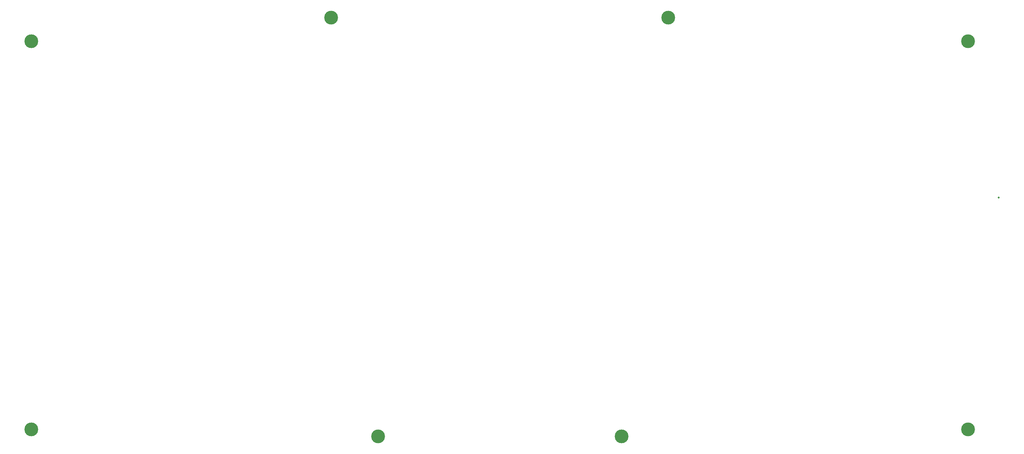
<source format=gbr>
G04 #@! TF.GenerationSoftware,KiCad,Pcbnew,(5.1.4-0)*
G04 #@! TF.CreationDate,2021-10-13T07:08:27-05:00*
G04 #@! TF.ProjectId,niko_top_plate,6e696b6f-5f74-46f7-905f-706c6174652e,rev?*
G04 #@! TF.SameCoordinates,Original*
G04 #@! TF.FileFunction,Copper,L1,Top*
G04 #@! TF.FilePolarity,Positive*
%FSLAX46Y46*%
G04 Gerber Fmt 4.6, Leading zero omitted, Abs format (unit mm)*
G04 Created by KiCad (PCBNEW (5.1.4-0)) date 2021-10-13 07:08:27*
%MOMM*%
%LPD*%
G04 APERTURE LIST*
%ADD10C,3.500000*%
%ADD11C,0.500000*%
G04 APERTURE END LIST*
D10*
X73819060Y-79176893D03*
X73819060Y-177999187D03*
X150019380Y-73223743D03*
X161926392Y-179784702D03*
X235744740Y-73223743D03*
X223839154Y-179784476D03*
X311945060Y-79176893D03*
X311945060Y-177998755D03*
D11*
X319709201Y-119050404D03*
M02*

</source>
